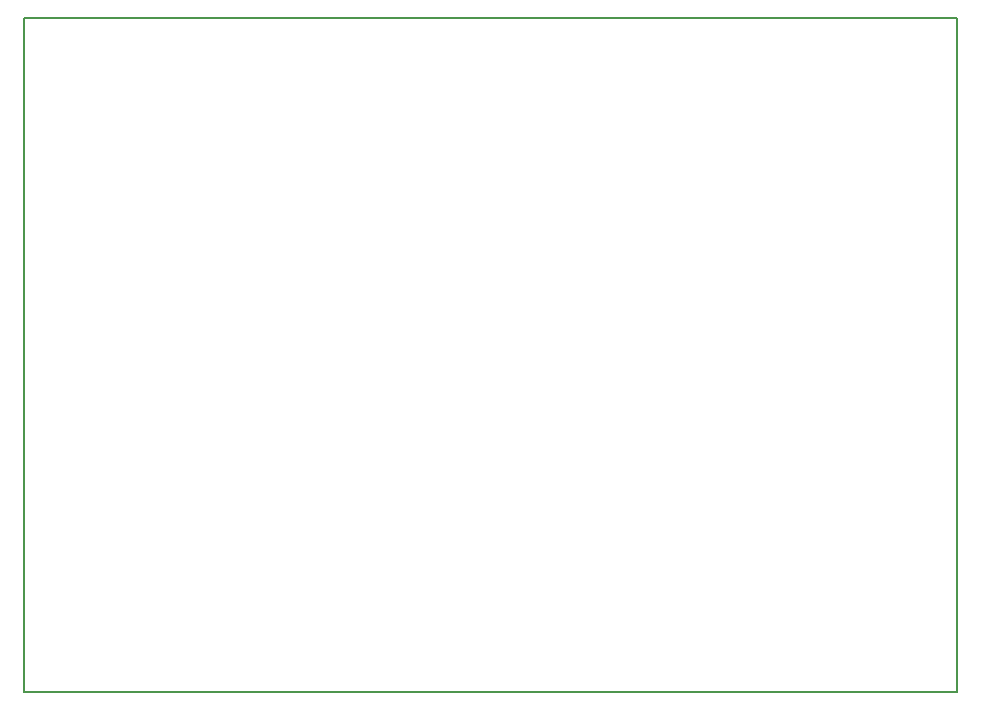
<source format=gbr>
G04 #@! TF.FileFunction,Profile,NP*
%FSLAX45Y45*%
G04 Gerber Fmt 4.5, Leading zero omitted, Abs format (unit mm)*
G04 Created by KiCad (PCBNEW 4.0.4-stable) date 10/22/16 14:43:45*
%MOMM*%
%LPD*%
G01*
G04 APERTURE LIST*
%ADD10C,0.100000*%
%ADD11C,0.150000*%
G04 APERTURE END LIST*
D10*
D11*
X18929720Y-7107500D02*
X18929720Y-12816500D01*
X11032300Y-12816500D02*
X18929720Y-12816500D01*
X11032300Y-7107500D02*
X11032300Y-12816500D01*
X18929720Y-7107500D02*
X11032300Y-7107500D01*
M02*

</source>
